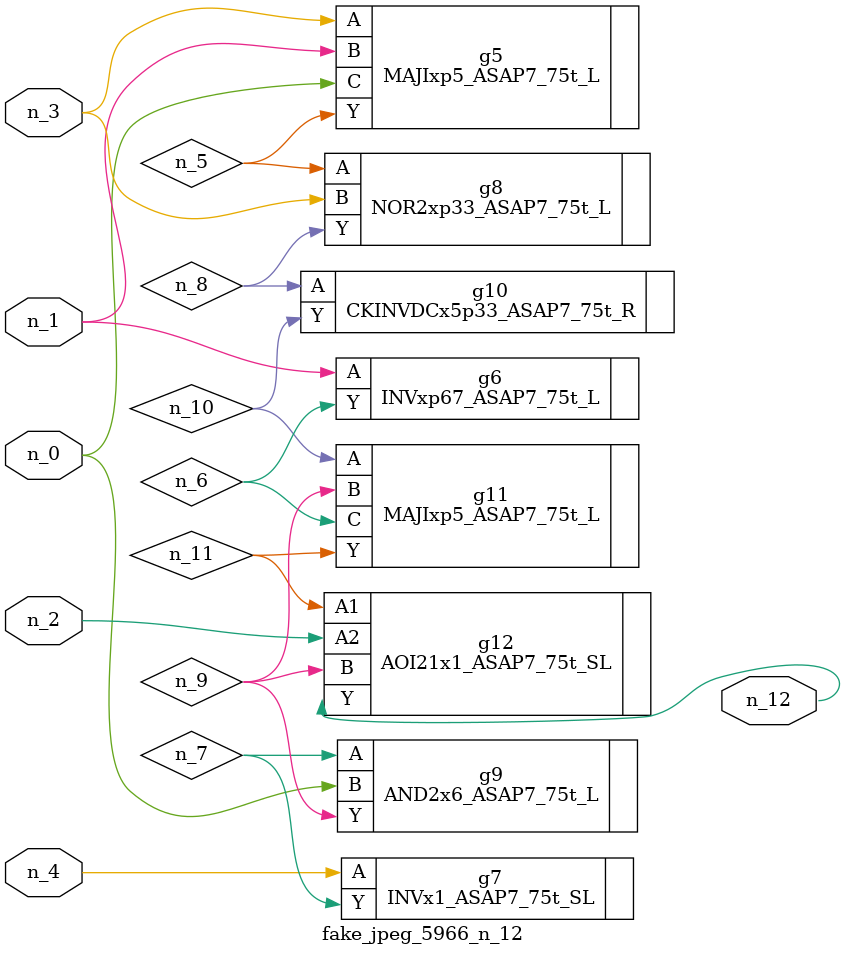
<source format=v>
module fake_jpeg_5966_n_12 (n_3, n_2, n_1, n_0, n_4, n_12);

input n_3;
input n_2;
input n_1;
input n_0;
input n_4;

output n_12;

wire n_11;
wire n_10;
wire n_8;
wire n_9;
wire n_6;
wire n_5;
wire n_7;

MAJIxp5_ASAP7_75t_L g5 ( 
.A(n_3),
.B(n_1),
.C(n_0),
.Y(n_5)
);

INVxp67_ASAP7_75t_L g6 ( 
.A(n_1),
.Y(n_6)
);

INVx1_ASAP7_75t_SL g7 ( 
.A(n_4),
.Y(n_7)
);

NOR2xp33_ASAP7_75t_L g8 ( 
.A(n_5),
.B(n_3),
.Y(n_8)
);

CKINVDCx5p33_ASAP7_75t_R g10 ( 
.A(n_8),
.Y(n_10)
);

AND2x6_ASAP7_75t_L g9 ( 
.A(n_7),
.B(n_0),
.Y(n_9)
);

MAJIxp5_ASAP7_75t_L g11 ( 
.A(n_10),
.B(n_9),
.C(n_6),
.Y(n_11)
);

AOI21x1_ASAP7_75t_SL g12 ( 
.A1(n_11),
.A2(n_2),
.B(n_9),
.Y(n_12)
);


endmodule
</source>
